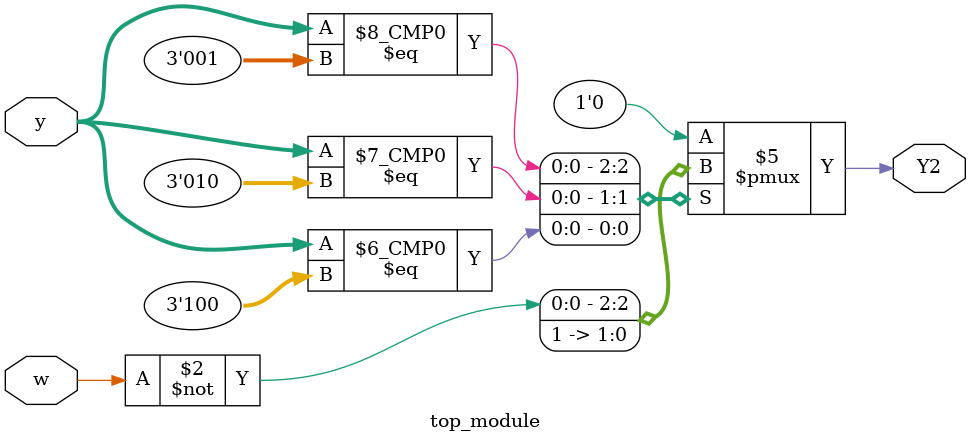
<source format=sv>
module top_module(
    input [3:1] y,
    input w,
    output reg Y2);

    always @(*) begin
        case (y)
            3'b000: Y2 = 1'b0; // A: 000
            3'b001: Y2 = ~w;   // B: 001 -> 0 for state C (010), and 1 for state D (011)
            3'b010: Y2 = 1'b1; // C: 010 always goes to 0XX (E: 100 or D: 011) which have Y2 == 1
            3'b011: Y2 = 1'b0; // D: 011 -> 0 for state F (101), and 1 for state A (000)
            3'b100: Y2 = 1'b1; // E: 100 remains in E or goes to D (Y2 == 1 for both conditions)
            3'b101: Y2 = 1'b0; // F: 101 -> 0 for state C (010), and 1 for state D (011)
            default: Y2 = 1'b0; // default case
        endcase
    end
endmodule

</source>
